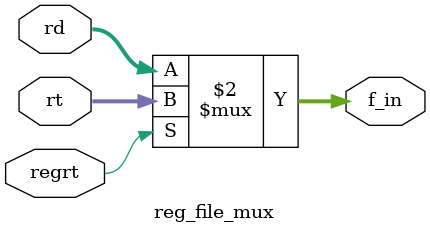
<source format=v>
`timescale 1ns / 1ps


module reg_file_mux(rd, rt, regrt, f_in);
    input [4:0] rd;
    input [4:0] rt;
    input regrt;
    output [4:0] f_in;
    
    assign f_in = (regrt == 1) ? rt: rd;
endmodule

</source>
